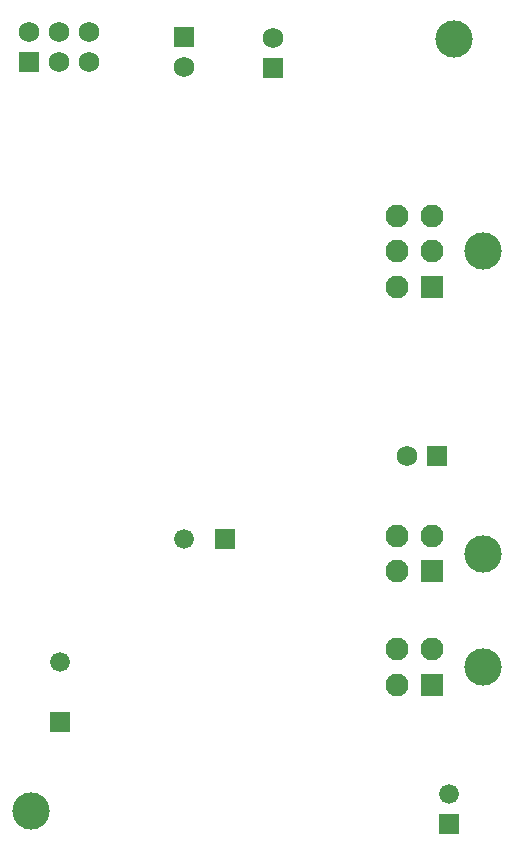
<source format=gbs>
G04 Layer_Color=16711935*
%FSLAX24Y24*%
%MOIN*%
G70*
G01*
G75*
%ADD90R,0.0768X0.0768*%
%ADD91C,0.0768*%
%ADD92C,0.1241*%
%ADD93C,0.0660*%
%ADD94R,0.0660X0.0660*%
%ADD95C,0.0690*%
%ADD96R,0.0690X0.0690*%
%ADD97R,0.0690X0.0690*%
%ADD98R,0.0660X0.0660*%
D90*
X47136Y34080D02*
D03*
Y24592D02*
D03*
Y20813D02*
D03*
D91*
Y35261D02*
D03*
X45955Y34080D02*
D03*
Y35261D02*
D03*
X47136Y36443D02*
D03*
X45955D02*
D03*
X47136Y25773D02*
D03*
X45955D02*
D03*
Y24592D02*
D03*
X47136Y21994D02*
D03*
X45955D02*
D03*
Y20813D02*
D03*
D92*
X48829Y35261D02*
D03*
X48837Y25183D02*
D03*
Y21403D02*
D03*
X47844Y42348D02*
D03*
X33750Y16600D02*
D03*
D93*
X34734Y21557D02*
D03*
X38839Y25669D02*
D03*
X47687Y17177D02*
D03*
D94*
X34734Y19557D02*
D03*
X47687Y16177D02*
D03*
D95*
X41831Y42374D02*
D03*
X38858Y41397D02*
D03*
X35679Y42574D02*
D03*
Y41574D02*
D03*
X34679Y42574D02*
D03*
X33679D02*
D03*
X34679Y41574D02*
D03*
X46283Y28445D02*
D03*
D96*
X41831Y41374D02*
D03*
X38858Y42397D02*
D03*
D97*
X33679Y41574D02*
D03*
X47283Y28445D02*
D03*
D98*
X40217Y25669D02*
D03*
M02*

</source>
